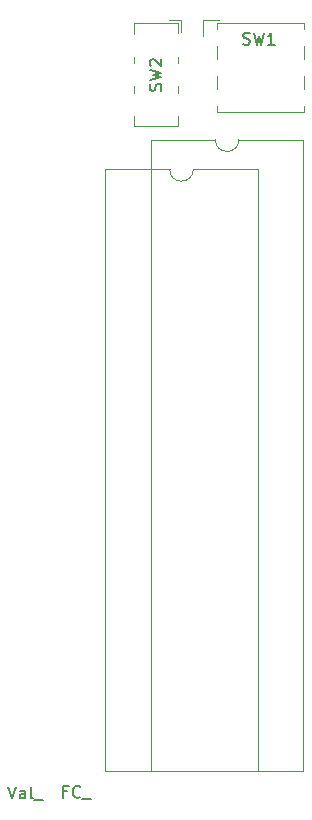
<source format=gbr>
%TF.GenerationSoftware,KiCad,Pcbnew,(6.0.6-1)-1*%
%TF.CreationDate,2022-08-08T01:27:23-04:00*%
%TF.ProjectId,tl866_27c322_adapter,746c3836-365f-4323-9763-3332325f6164,rev?*%
%TF.SameCoordinates,Original*%
%TF.FileFunction,Legend,Top*%
%TF.FilePolarity,Positive*%
%FSLAX46Y46*%
G04 Gerber Fmt 4.6, Leading zero omitted, Abs format (unit mm)*
G04 Created by KiCad (PCBNEW (6.0.6-1)-1) date 2022-08-08 01:27:23*
%MOMM*%
%LPD*%
G01*
G04 APERTURE LIST*
%ADD10C,0.150000*%
%ADD11C,0.120000*%
G04 APERTURE END LIST*
D10*
%TO.C,SW1*%
X141414666Y-54760761D02*
X141557523Y-54808380D01*
X141795619Y-54808380D01*
X141890857Y-54760761D01*
X141938476Y-54713142D01*
X141986095Y-54617904D01*
X141986095Y-54522666D01*
X141938476Y-54427428D01*
X141890857Y-54379809D01*
X141795619Y-54332190D01*
X141605142Y-54284571D01*
X141509904Y-54236952D01*
X141462285Y-54189333D01*
X141414666Y-54094095D01*
X141414666Y-53998857D01*
X141462285Y-53903619D01*
X141509904Y-53856000D01*
X141605142Y-53808380D01*
X141843238Y-53808380D01*
X141986095Y-53856000D01*
X142319428Y-53808380D02*
X142557523Y-54808380D01*
X142748000Y-54094095D01*
X142938476Y-54808380D01*
X143176571Y-53808380D01*
X144081333Y-54808380D02*
X143509904Y-54808380D01*
X143795619Y-54808380D02*
X143795619Y-53808380D01*
X143700380Y-53951238D01*
X143605142Y-54046476D01*
X143509904Y-54094095D01*
%TO.C,FC_*%
X126525404Y-118050071D02*
X126192071Y-118050071D01*
X126192071Y-118573880D02*
X126192071Y-117573880D01*
X126668261Y-117573880D01*
X127620642Y-118478642D02*
X127573023Y-118526261D01*
X127430166Y-118573880D01*
X127334928Y-118573880D01*
X127192071Y-118526261D01*
X127096833Y-118431023D01*
X127049214Y-118335785D01*
X127001595Y-118145309D01*
X127001595Y-118002452D01*
X127049214Y-117811976D01*
X127096833Y-117716738D01*
X127192071Y-117621500D01*
X127334928Y-117573880D01*
X127430166Y-117573880D01*
X127573023Y-117621500D01*
X127620642Y-117669119D01*
X127811119Y-118669119D02*
X128573023Y-118669119D01*
X121532828Y-117638580D02*
X121866161Y-118638580D01*
X122199495Y-117638580D01*
X122961400Y-118638580D02*
X122961400Y-118114771D01*
X122913780Y-118019533D01*
X122818542Y-117971914D01*
X122628066Y-117971914D01*
X122532828Y-118019533D01*
X122961400Y-118590961D02*
X122866161Y-118638580D01*
X122628066Y-118638580D01*
X122532828Y-118590961D01*
X122485209Y-118495723D01*
X122485209Y-118400485D01*
X122532828Y-118305247D01*
X122628066Y-118257628D01*
X122866161Y-118257628D01*
X122961400Y-118210009D01*
X123580447Y-118638580D02*
X123485209Y-118590961D01*
X123437590Y-118495723D01*
X123437590Y-117638580D01*
X123723304Y-118733819D02*
X124485209Y-118733819D01*
%TO.C,SW2*%
X134440561Y-58711933D02*
X134488180Y-58569076D01*
X134488180Y-58330980D01*
X134440561Y-58235742D01*
X134392942Y-58188123D01*
X134297704Y-58140504D01*
X134202466Y-58140504D01*
X134107228Y-58188123D01*
X134059609Y-58235742D01*
X134011990Y-58330980D01*
X133964371Y-58521457D01*
X133916752Y-58616695D01*
X133869133Y-58664314D01*
X133773895Y-58711933D01*
X133678657Y-58711933D01*
X133583419Y-58664314D01*
X133535800Y-58616695D01*
X133488180Y-58521457D01*
X133488180Y-58283361D01*
X133535800Y-58140504D01*
X133488180Y-57807171D02*
X134488180Y-57569076D01*
X133773895Y-57378600D01*
X134488180Y-57188123D01*
X133488180Y-56950028D01*
X133583419Y-56616695D02*
X133535800Y-56569076D01*
X133488180Y-56473838D01*
X133488180Y-56235742D01*
X133535800Y-56140504D01*
X133583419Y-56092885D01*
X133678657Y-56045266D01*
X133773895Y-56045266D01*
X133916752Y-56092885D01*
X134488180Y-56664314D01*
X134488180Y-56045266D01*
D11*
%TO.C,SW1*%
X138006300Y-52724900D02*
X139376300Y-52724900D01*
X139206300Y-54904900D02*
X139206300Y-56044900D01*
X139206300Y-59984900D02*
X139206300Y-60514900D01*
X139206300Y-53504900D02*
X139206300Y-52974900D01*
X139206300Y-60514900D02*
X146546300Y-60514900D01*
X146546300Y-54904900D02*
X146546300Y-56044900D01*
X138006300Y-54094900D02*
X138006300Y-52724900D01*
X139206300Y-57444900D02*
X139206300Y-58584900D01*
X146546300Y-60514900D02*
X146546300Y-59984900D01*
X146546300Y-57444900D02*
X146546300Y-58584900D01*
X146546300Y-52974900D02*
X146546300Y-53504900D01*
X139206300Y-52974900D02*
X146546300Y-52974900D01*
%TO.C,SW2*%
X132160400Y-58889500D02*
X132160400Y-58339500D01*
X135860400Y-61719500D02*
X132160400Y-61719500D01*
X135860400Y-53019500D02*
X135860400Y-53869500D01*
X136160400Y-52719500D02*
X136160400Y-53719500D01*
X132160400Y-56399500D02*
X132160400Y-55839500D01*
X132160400Y-53899500D02*
X132160400Y-53019500D01*
X135160400Y-52719500D02*
X136160400Y-52719500D01*
X132160400Y-61719500D02*
X132160400Y-60849500D01*
X135860400Y-58339500D02*
X135860400Y-58899500D01*
X132160400Y-53019500D02*
X135860400Y-53019500D01*
X135860400Y-55869500D02*
X135860400Y-56399500D01*
X135860400Y-60839500D02*
X135860400Y-61719500D01*
%TO.C,J1*%
X146515600Y-62855800D02*
X141055600Y-62855800D01*
X146515600Y-116315800D02*
X146515600Y-62855800D01*
X133595600Y-116315800D02*
X146515600Y-116315800D01*
X139055600Y-62855800D02*
X133595600Y-62855800D01*
X133595600Y-62855800D02*
X133595600Y-116315800D01*
X139055600Y-62855800D02*
G75*
G03*
X141055600Y-62855800I1000000J0D01*
G01*
%TO.C,J2*%
X135189800Y-65375400D02*
G75*
G03*
X137189800Y-65375400I1000000J0D01*
G01*
X129729800Y-116295400D02*
X142649800Y-116295400D01*
X129729800Y-65375400D02*
X129729800Y-116295400D01*
X142649800Y-65375400D02*
X137189800Y-65375400D01*
X142649800Y-116295400D02*
X142649800Y-65375400D01*
X135189800Y-65375400D02*
X129729800Y-65375400D01*
%TD*%
M02*

</source>
